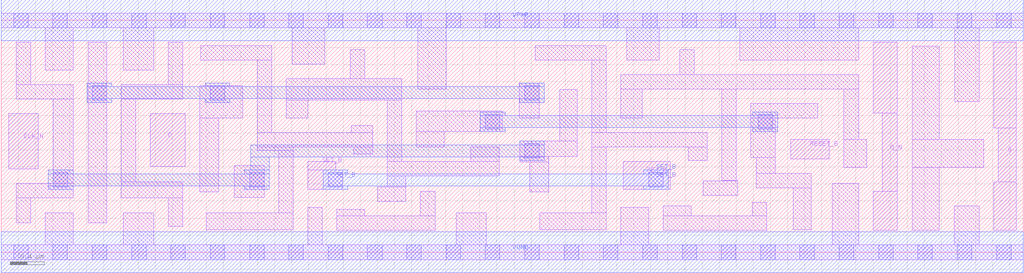
<source format=lef>
# Copyright 2020 The SkyWater PDK Authors
#
# Licensed under the Apache License, Version 2.0 (the "License");
# you may not use this file except in compliance with the License.
# You may obtain a copy of the License at
#
#     https://www.apache.org/licenses/LICENSE-2.0
#
# Unless required by applicable law or agreed to in writing, software
# distributed under the License is distributed on an "AS IS" BASIS,
# WITHOUT WARRANTIES OR CONDITIONS OF ANY KIND, either express or implied.
# See the License for the specific language governing permissions and
# limitations under the License.
#
# SPDX-License-Identifier: Apache-2.0

VERSION 5.7 ;
  NOWIREEXTENSIONATPIN ON ;
  DIVIDERCHAR "/" ;
  BUSBITCHARS "[]" ;
UNITS
  DATABASE MICRONS 200 ;
END UNITS
MACRO sky130_fd_sc_hd__dfbbn_1
  CLASS CORE ;
  FOREIGN sky130_fd_sc_hd__dfbbn_1 ;
  ORIGIN  0.000000  0.000000 ;
  SIZE  11.96000 BY  2.720000 ;
  SYMMETRY X Y R90 ;
  SITE unithd ;
  PIN D
    ANTENNAGATEAREA  0.126000 ;
    DIRECTION INPUT ;
    USE SIGNAL ;
    PORT
      LAYER li1 ;
        RECT 1.745000 1.005000 2.155000 1.625000 ;
    END
  END D
  PIN Q
    ANTENNADIFFAREA  0.429000 ;
    DIRECTION OUTPUT ;
    USE SIGNAL ;
    PORT
      LAYER li1 ;
        RECT 11.615000 0.255000 11.875000 0.825000 ;
        RECT 11.615000 1.455000 11.875000 2.465000 ;
        RECT 11.665000 0.825000 11.875000 1.455000 ;
    END
  END Q
  PIN Q_N
    ANTENNADIFFAREA  0.429000 ;
    DIRECTION OUTPUT ;
    USE SIGNAL ;
    PORT
      LAYER li1 ;
        RECT 10.200000 0.255000 10.485000 0.715000 ;
        RECT 10.200000 1.630000 10.485000 2.465000 ;
        RECT 10.305000 0.715000 10.485000 1.630000 ;
    END
  END Q_N
  PIN RESET_B
    ANTENNAGATEAREA  0.159000 ;
    DIRECTION INPUT ;
    USE SIGNAL ;
    PORT
      LAYER li1 ;
        RECT 9.235000 1.095000 9.690000 1.325000 ;
    END
  END RESET_B
  PIN SET_B
    ANTENNAGATEAREA  0.252000 ;
    DIRECTION INPUT ;
    USE SIGNAL ;
    PORT
      LAYER li1 ;
        RECT 3.585000 0.735000 3.995000 0.965000 ;
        RECT 3.585000 0.965000 3.915000 1.065000 ;
      LAYER mcon ;
        RECT 3.825000 0.765000 3.995000 0.935000 ;
    END
    PORT
      LAYER li1 ;
        RECT 7.280000 0.735000 7.825000 1.065000 ;
      LAYER mcon ;
        RECT 7.575000 0.765000 7.745000 0.935000 ;
    END
    PORT
      LAYER met1 ;
        RECT 3.765000 0.735000 4.055000 0.780000 ;
        RECT 3.765000 0.780000 7.805000 0.920000 ;
        RECT 3.765000 0.920000 4.055000 0.965000 ;
        RECT 7.515000 0.735000 7.805000 0.780000 ;
        RECT 7.515000 0.920000 7.805000 0.965000 ;
    END
  END SET_B
  PIN CLK_N
    ANTENNAGATEAREA  0.159000 ;
    DIRECTION INPUT ;
    USE CLOCK ;
    PORT
      LAYER li1 ;
        RECT 0.085000 0.975000 0.435000 1.625000 ;
    END
  END CLK_N
  PIN VGND
    DIRECTION INOUT ;
    SHAPE ABUTMENT ;
    USE GROUND ;
    PORT
      LAYER met1 ;
        RECT 0.000000 -0.240000 11.960000 0.240000 ;
    END
  END VGND
  PIN VPWR
    DIRECTION INOUT ;
    SHAPE ABUTMENT ;
    USE POWER ;
    PORT
      LAYER met1 ;
        RECT 0.000000 2.480000 11.960000 2.960000 ;
    END
  END VPWR
  OBS
    LAYER li1 ;
      RECT  0.000000 -0.085000 11.960000 0.085000 ;
      RECT  0.000000  2.635000 11.960000 2.805000 ;
      RECT  0.175000  0.345000  0.345000 0.635000 ;
      RECT  0.175000  0.635000  0.840000 0.805000 ;
      RECT  0.175000  1.795000  0.840000 1.965000 ;
      RECT  0.175000  1.965000  0.345000 2.465000 ;
      RECT  0.515000  0.085000  0.845000 0.465000 ;
      RECT  0.515000  2.135000  0.845000 2.635000 ;
      RECT  0.610000  0.805000  0.840000 1.795000 ;
      RECT  1.015000  0.345000  1.235000 2.465000 ;
      RECT  1.405000  0.635000  2.125000 0.825000 ;
      RECT  1.405000  0.825000  1.575000 1.795000 ;
      RECT  1.405000  1.795000  2.125000 1.965000 ;
      RECT  1.430000  0.085000  1.785000 0.465000 ;
      RECT  1.430000  2.135000  1.785000 2.635000 ;
      RECT  1.955000  0.305000  2.125000 0.635000 ;
      RECT  1.955000  1.965000  2.125000 2.465000 ;
      RECT  2.325000  0.705000  2.545000 1.575000 ;
      RECT  2.325000  1.575000  2.825000 1.955000 ;
      RECT  2.335000  2.250000  3.165000 2.420000 ;
      RECT  2.400000  0.265000  3.415000 0.465000 ;
      RECT  2.725000  0.645000  3.075000 1.015000 ;
      RECT  2.995000  1.195000  3.415000 1.235000 ;
      RECT  2.995000  1.235000  4.345000 1.405000 ;
      RECT  2.995000  1.405000  3.165000 2.250000 ;
      RECT  3.245000  0.465000  3.415000 1.195000 ;
      RECT  3.335000  1.575000  3.585000 1.785000 ;
      RECT  3.335000  1.785000  4.685000 2.035000 ;
      RECT  3.405000  2.205000  3.785000 2.635000 ;
      RECT  3.585000  0.085000  3.755000 0.525000 ;
      RECT  3.925000  0.255000  5.075000 0.425000 ;
      RECT  3.925000  0.425000  4.255000 0.505000 ;
      RECT  4.085000  2.035000  4.255000 2.375000 ;
      RECT  4.095000  1.405000  4.345000 1.485000 ;
      RECT  4.125000  1.155000  4.345000 1.235000 ;
      RECT  4.405000  0.595000  4.735000 0.765000 ;
      RECT  4.515000  0.765000  4.735000 0.895000 ;
      RECT  4.515000  0.895000  5.825000 1.065000 ;
      RECT  4.515000  1.065000  4.685000 1.785000 ;
      RECT  4.855000  1.235000  5.185000 1.415000 ;
      RECT  4.855000  1.415000  5.860000 1.655000 ;
      RECT  4.875000  1.915000  5.205000 2.635000 ;
      RECT  4.905000  0.425000  5.075000 0.715000 ;
      RECT  5.325000  0.085000  5.675000 0.465000 ;
      RECT  5.495000  1.065000  5.825000 1.235000 ;
      RECT  6.060000  1.575000  6.295000 1.985000 ;
      RECT  6.065000  1.060000  6.405000 1.125000 ;
      RECT  6.065000  1.125000  6.740000 1.305000 ;
      RECT  6.185000  0.705000  6.405000 1.060000 ;
      RECT  6.250000  2.250000  7.080000 2.420000 ;
      RECT  6.300000  0.265000  7.080000 0.465000 ;
      RECT  6.535000  1.305000  6.740000 1.905000 ;
      RECT  6.910000  0.465000  7.080000 1.235000 ;
      RECT  6.910000  1.235000  8.260000 1.405000 ;
      RECT  6.910000  1.405000  7.080000 2.250000 ;
      RECT  7.250000  0.085000  7.575000 0.525000 ;
      RECT  7.250000  1.575000  7.500000 1.915000 ;
      RECT  7.250000  1.915000 10.030000 2.085000 ;
      RECT  7.320000  2.255000  7.700000 2.635000 ;
      RECT  7.745000  0.255000  8.955000 0.425000 ;
      RECT  7.745000  0.425000  8.075000 0.545000 ;
      RECT  7.940000  2.085000  8.110000 2.375000 ;
      RECT  8.040000  1.075000  8.260000 1.235000 ;
      RECT  8.215000  0.665000  8.615000 0.835000 ;
      RECT  8.430000  0.835000  8.615000 0.840000 ;
      RECT  8.430000  0.840000  8.600000 1.915000 ;
      RECT  8.640000  2.255000 10.030000 2.635000 ;
      RECT  8.770000  1.110000  9.055000 1.575000 ;
      RECT  8.770000  1.575000  9.555000 1.745000 ;
      RECT  8.785000  0.425000  8.955000 0.585000 ;
      RECT  8.835000  0.755000  9.475000 0.925000 ;
      RECT  8.835000  0.925000  9.055000 1.110000 ;
      RECT  9.265000  0.265000  9.475000 0.755000 ;
      RECT  9.725000  0.085000 10.030000 0.805000 ;
      RECT  9.860000  0.995000 10.125000 1.325000 ;
      RECT  9.860000  1.325000 10.030000 1.915000 ;
      RECT 10.660000  0.255000 10.975000 0.995000 ;
      RECT 10.660000  0.995000 11.495000 1.325000 ;
      RECT 10.660000  1.325000 10.975000 2.415000 ;
      RECT 11.150000  0.085000 11.445000 0.545000 ;
      RECT 11.155000  1.765000 11.445000 2.635000 ;
    LAYER mcon ;
      RECT  0.145000 -0.085000  0.315000 0.085000 ;
      RECT  0.145000  2.635000  0.315000 2.805000 ;
      RECT  0.605000 -0.085000  0.775000 0.085000 ;
      RECT  0.605000  2.635000  0.775000 2.805000 ;
      RECT  0.610000  0.765000  0.780000 0.935000 ;
      RECT  1.065000 -0.085000  1.235000 0.085000 ;
      RECT  1.065000  1.785000  1.235000 1.955000 ;
      RECT  1.065000  2.635000  1.235000 2.805000 ;
      RECT  1.525000 -0.085000  1.695000 0.085000 ;
      RECT  1.525000  2.635000  1.695000 2.805000 ;
      RECT  1.985000 -0.085000  2.155000 0.085000 ;
      RECT  1.985000  2.635000  2.155000 2.805000 ;
      RECT  2.445000 -0.085000  2.615000 0.085000 ;
      RECT  2.445000  1.785000  2.615000 1.955000 ;
      RECT  2.445000  2.635000  2.615000 2.805000 ;
      RECT  2.905000 -0.085000  3.075000 0.085000 ;
      RECT  2.905000  0.765000  3.075000 0.935000 ;
      RECT  2.905000  2.635000  3.075000 2.805000 ;
      RECT  3.365000 -0.085000  3.535000 0.085000 ;
      RECT  3.365000  2.635000  3.535000 2.805000 ;
      RECT  3.825000 -0.085000  3.995000 0.085000 ;
      RECT  3.825000  2.635000  3.995000 2.805000 ;
      RECT  4.285000 -0.085000  4.455000 0.085000 ;
      RECT  4.285000  2.635000  4.455000 2.805000 ;
      RECT  4.745000 -0.085000  4.915000 0.085000 ;
      RECT  4.745000  2.635000  4.915000 2.805000 ;
      RECT  5.205000 -0.085000  5.375000 0.085000 ;
      RECT  5.205000  2.635000  5.375000 2.805000 ;
      RECT  5.665000 -0.085000  5.835000 0.085000 ;
      RECT  5.665000  1.445000  5.835000 1.615000 ;
      RECT  5.665000  2.635000  5.835000 2.805000 ;
      RECT  6.125000 -0.085000  6.295000 0.085000 ;
      RECT  6.125000  1.105000  6.295000 1.275000 ;
      RECT  6.125000  1.785000  6.295000 1.955000 ;
      RECT  6.125000  2.635000  6.295000 2.805000 ;
      RECT  6.585000 -0.085000  6.755000 0.085000 ;
      RECT  6.585000  2.635000  6.755000 2.805000 ;
      RECT  7.045000 -0.085000  7.215000 0.085000 ;
      RECT  7.045000  2.635000  7.215000 2.805000 ;
      RECT  7.505000 -0.085000  7.675000 0.085000 ;
      RECT  7.505000  2.635000  7.675000 2.805000 ;
      RECT  7.965000 -0.085000  8.135000 0.085000 ;
      RECT  7.965000  2.635000  8.135000 2.805000 ;
      RECT  8.425000 -0.085000  8.595000 0.085000 ;
      RECT  8.425000  2.635000  8.595000 2.805000 ;
      RECT  8.855000  1.445000  9.025000 1.615000 ;
      RECT  8.885000 -0.085000  9.055000 0.085000 ;
      RECT  8.885000  2.635000  9.055000 2.805000 ;
      RECT  9.345000 -0.085000  9.515000 0.085000 ;
      RECT  9.345000  2.635000  9.515000 2.805000 ;
      RECT  9.805000 -0.085000  9.975000 0.085000 ;
      RECT  9.805000  2.635000  9.975000 2.805000 ;
      RECT 10.265000 -0.085000 10.435000 0.085000 ;
      RECT 10.265000  2.635000 10.435000 2.805000 ;
      RECT 10.725000 -0.085000 10.895000 0.085000 ;
      RECT 10.725000  2.635000 10.895000 2.805000 ;
      RECT 11.185000 -0.085000 11.355000 0.085000 ;
      RECT 11.185000  2.635000 11.355000 2.805000 ;
      RECT 11.645000 -0.085000 11.815000 0.085000 ;
      RECT 11.645000  2.635000 11.815000 2.805000 ;
    LAYER met1 ;
      RECT 0.550000 0.735000 0.840000 0.780000 ;
      RECT 0.550000 0.780000 3.135000 0.920000 ;
      RECT 0.550000 0.920000 0.840000 0.965000 ;
      RECT 1.005000 1.755000 1.295000 1.800000 ;
      RECT 1.005000 1.800000 6.355000 1.940000 ;
      RECT 1.005000 1.940000 1.295000 1.985000 ;
      RECT 2.385000 1.755000 2.675000 1.800000 ;
      RECT 2.385000 1.940000 2.675000 1.985000 ;
      RECT 2.845000 0.735000 3.135000 0.780000 ;
      RECT 2.845000 0.920000 3.135000 0.965000 ;
      RECT 2.920000 0.965000 3.135000 1.120000 ;
      RECT 2.920000 1.120000 6.355000 1.260000 ;
      RECT 5.605000 1.415000 5.895000 1.460000 ;
      RECT 5.605000 1.460000 9.085000 1.600000 ;
      RECT 5.605000 1.600000 5.895000 1.645000 ;
      RECT 6.065000 1.075000 6.355000 1.120000 ;
      RECT 6.065000 1.260000 6.355000 1.305000 ;
      RECT 6.065000 1.755000 6.355000 1.800000 ;
      RECT 6.065000 1.940000 6.355000 1.985000 ;
      RECT 8.795000 1.415000 9.085000 1.460000 ;
      RECT 8.795000 1.600000 9.085000 1.645000 ;
  END
END sky130_fd_sc_hd__dfbbn_1
END LIBRARY

</source>
